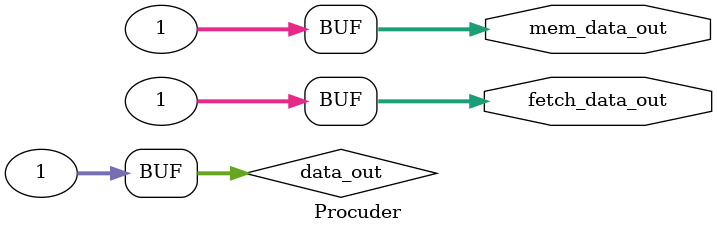
<source format=sv>
module Top (
);

	logic [31:0] c2bus_data_out;
	logic [31:0] c1bus_data_out;

	Procuder producer (
		.fetch_data_out(c1bus_data_out),

		.mem_data_out(c2bus_data_out)
	);

	Consumer1 consumer1 (
		.bus_if_data_out(c1bus_data_out)
	);

	Consumer2 consumer2 (
		.bus_if_data_out(c2bus_data_out)
	);

endmodule


////////////////////////////////////////////////////////////////////////////////
// Consumer2
////////////////////////////////////////////////////////////////////////////////
module Consumer2 (
	input logic [31:0] bus_if_data_out
);

endmodule


////////////////////////////////////////////////////////////////////////////////
// Consumer1
////////////////////////////////////////////////////////////////////////////////
module Consumer1 (
	input logic [31:0] bus_if_data_out
);

endmodule


////////////////////////////////////////////////////////////////////////////////
// Procuder
////////////////////////////////////////////////////////////////////////////////
module Procuder (
	output logic [31:0] fetch_data_out,
	output logic [31:0] mem_data_out
);

	logic [31:0] data_out;

	assign data_out = 1'h1;
	assign fetch_data_out = data_out;

	assign mem_data_out = data_out;
endmodule



</source>
